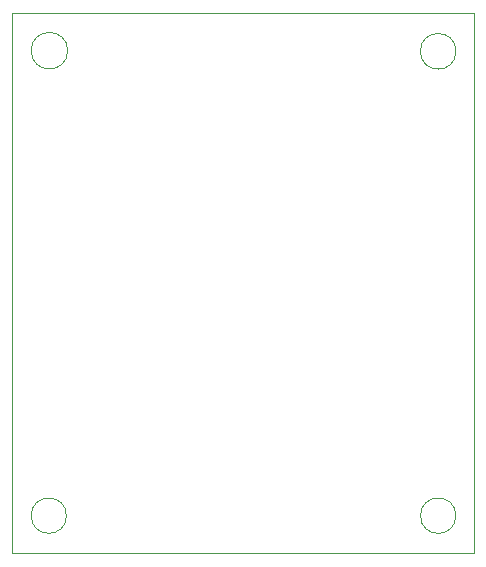
<source format=gm1>
G04 #@! TF.GenerationSoftware,KiCad,Pcbnew,(6.0.6)*
G04 #@! TF.CreationDate,2023-03-25T01:52:23+10:30*
G04 #@! TF.ProjectId,Coin Adapter,436f696e-2041-4646-9170-7465722e6b69,rev?*
G04 #@! TF.SameCoordinates,Original*
G04 #@! TF.FileFunction,Profile,NP*
%FSLAX46Y46*%
G04 Gerber Fmt 4.6, Leading zero omitted, Abs format (unit mm)*
G04 Created by KiCad (PCBNEW (6.0.6)) date 2023-03-25 01:52:23*
%MOMM*%
%LPD*%
G01*
G04 APERTURE LIST*
G04 #@! TA.AperFunction,Profile*
%ADD10C,0.100000*%
G04 #@! TD*
G04 APERTURE END LIST*
D10*
X165990506Y-108458000D02*
G75*
G03*
X165990506Y-108458000I-1500106J0D01*
G01*
X165999083Y-69138800D02*
G75*
G03*
X165999083Y-69138800I-1508683J0D01*
G01*
X128422400Y-111607600D02*
X167538400Y-111607600D01*
X167538400Y-111607600D02*
X167538400Y-65938400D01*
X167538400Y-65938400D02*
X128422400Y-65938400D01*
X128422400Y-65938400D02*
X128422400Y-111607600D01*
X133016136Y-108458000D02*
G75*
G03*
X133016136Y-108458000I-1494936J0D01*
G01*
X133120359Y-69088000D02*
G75*
G03*
X133120359Y-69088000I-1548359J0D01*
G01*
M02*

</source>
